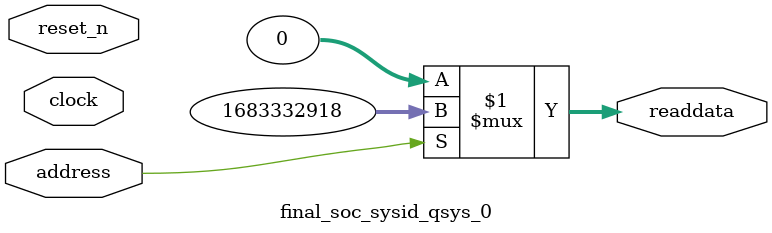
<source format=v>



// synthesis translate_off
`timescale 1ns / 1ps
// synthesis translate_on

// turn off superfluous verilog processor warnings 
// altera message_level Level1 
// altera message_off 10034 10035 10036 10037 10230 10240 10030 

module final_soc_sysid_qsys_0 (
               // inputs:
                address,
                clock,
                reset_n,

               // outputs:
                readdata
             )
;

  output  [ 31: 0] readdata;
  input            address;
  input            clock;
  input            reset_n;

  wire    [ 31: 0] readdata;
  //control_slave, which is an e_avalon_slave
  assign readdata = address ? 1683332918 : 0;

endmodule



</source>
